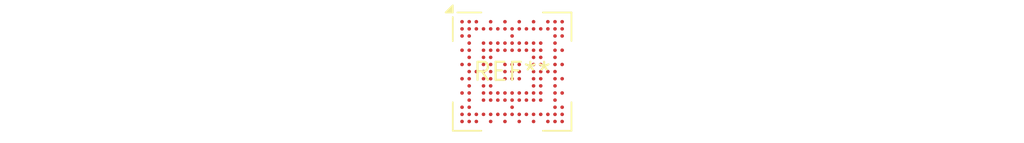
<source format=kicad_pcb>
(kicad_pcb (version 20240108) (generator pcbnew)
  (layers (0 "F.Cu" signal) (31 "B.Cu" signal) (34 "B.Paste" user) (35 "F.Paste" user) (36 "B.SilkS" user "B.Silkscreen") (37 "F.SilkS" user "F.Silkscreen") (38 "B.Mask" user) (39 "F.Mask" user) (44 "Edge.Cuts" user))
  (net 0 "")
  (footprint "BGA-153_8.0x8.0mm_Layout15x15_P0.5mm_Ball0.3mm_Pad0.25mm_NSMD" (layer "F.Cu") (at 0 0)
    (property "Reference" "REF**")
    (property "Value" "BGA-153_8.0x8.0mm_Layout15x15_P0.5mm_Ball0.3mm_Pad0.25mm_NSMD")
    (fp_line (start -4.15 -3.83) (end -4.15 -2.14) (layer "F.SilkS") (stroke (width 0.12)))
    (fp_line (start -4.15 4.15) (end -4.15 2.15) (layer "F.SilkS") (stroke (width 0.12)))
    (fp_line (start -2.15 -4.15) (end -3.83 -4.15) (layer "F.SilkS") (stroke (width 0.12)))
    (fp_line (start -2.15 4.15) (end -4.15 4.15) (layer "F.SilkS") (stroke (width 0.12)))
    (fp_line (start 2.15 -4.15) (end 4.15 -4.15) (layer "F.SilkS") (stroke (width 0.12)))
    (fp_line (start 2.15 4.15) (end 4.15 4.15) (layer "F.SilkS") (stroke (width 0.12)))
    (fp_line (start 4.15 -4.15) (end 4.15 -2.15) (layer "F.SilkS") (stroke (width 0.12)))
    (fp_line (start 4.15 4.15) (end 4.15 2.15) (layer "F.SilkS") (stroke (width 0.12)))
    (fp_poly (pts (xy -4.15 -4.15) (xy -4.65 -4.15) (xy -4.15 -4.65) (xy -4.15 -4.15)) (layer "F.SilkS") (stroke (width 0.12)) (fill solid))
    (pad "A1" smd circle (at -3.5 -3.5) (size 0.25 0.25) (property pad_prop_bga) (layers "F.Cu" "F.Paste" "F.Mask"))
    (pad "A2" smd circle (at -3 -3.5) (size 0.25 0.25) (property pad_prop_bga) (layers "F.Cu" "F.Paste" "F.Mask"))
    (pad "A3" smd circle (at -2.5 -3.5) (size 0.25 0.25) (property pad_prop_bga) (layers "F.Cu" "F.Paste" "F.Mask"))
    (pad "A5" smd circle (at -1.5 -3.5) (size 0.25 0.25) (property pad_prop_bga) (layers "F.Cu" "F.Paste" "F.Mask"))
    (pad "A7" smd circle (at -0.5 -3.5) (size 0.25 0.25) (property pad_prop_bga) (layers "F.Cu" "F.Paste" "F.Mask"))
    (pad "A9" smd circle (at 0.5 -3.5) (size 0.25 0.25) (property pad_prop_bga) (layers "F.Cu" "F.Paste" "F.Mask"))
    (pad "A11" smd circle (at 1.5 -3.5) (size 0.25 0.25) (property pad_prop_bga) (layers "F.Cu" "F.Paste" "F.Mask"))
    (pad "A13" smd circle (at 2.5 -3.5) (size 0.25 0.25) (property pad_prop_bga) (layers "F.Cu" "F.Paste" "F.Mask"))
    (pad "A14" smd circle (at 3 -3.5) (size 0.25 0.25) (property pad_prop_bga) (layers "F.Cu" "F.Paste" "F.Mask"))
    (pad "A15" smd circle (at 3.5 -3.5) (size 0.25 0.25) (property pad_prop_bga) (layers "F.Cu" "F.Paste" "F.Mask"))
    (pad "B1" smd circle (at -3.5 -3) (size 0.25 0.25) (property pad_prop_bga) (layers "F.Cu" "F.Paste" "F.Mask"))
    (pad "B2" smd circle (at -3 -3) (size 0.25 0.25) (property pad_prop_bga) (layers "F.Cu" "F.Paste" "F.Mask"))
    (pad "B3" smd circle (at -2.5 -3) (size 0.25 0.25) (property pad_prop_bga) (layers "F.Cu" "F.Paste" "F.Mask"))
    (pad "B4" smd circle (at -2 -3) (size 0.25 0.25) (property pad_prop_bga) (layers "F.Cu" "F.Paste" "F.Mask"))
    (pad "B5" smd circle (at -1.5 -3) (size 0.25 0.25) (property pad_prop_bga) (layers "F.Cu" "F.Paste" "F.Mask"))
    (pad "B6" smd circle (at -1 -3) (size 0.25 0.25) (property pad_prop_bga) (layers "F.Cu" "F.Paste" "F.Mask"))
    (pad "B7" smd circle (at -0.5 -3) (size 0.25 0.25) (property pad_prop_bga) (layers "F.Cu" "F.Paste" "F.Mask"))
    (pad "B8" smd circle (at 0 -3) (size 0.25 0.25) (property pad_prop_bga) (layers "F.Cu" "F.Paste" "F.Mask"))
    (pad "B9" smd circle (at 0.5 -3) (size 0.25 0.25) (property pad_prop_bga) (layers "F.Cu" "F.Paste" "F.Mask"))
    (pad "B10" smd circle (at 1 -3) (size 0.25 0.25) (property pad_prop_bga) (layers "F.Cu" "F.Paste" "F.Mask"))
    (pad "B11" smd circle (at 1.5 -3) (size 0.25 0.25) (property pad_prop_bga) (layers "F.Cu" "F.Paste" "F.Mask"))
    (pad "B12" smd circle (at 2 -3) (size 0.25 0.25) (property pad_prop_bga) (layers "F.Cu" "F.Paste" "F.Mask"))
    (pad "B13" smd circle (at 2.5 -3) (size 0.25 0.25) (property pad_prop_bga) (layers "F.Cu" "F.Paste" "F.Mask"))
    (pad "B14" smd circle (at 3 -3) (size 0.25 0.25) (property pad_prop_bga) (layers "F.Cu" "F.Paste" "F.Mask"))
    (pad "B15" smd circle (at 3.5 -3) (size 0.25 0.25) (property pad_prop_bga) (layers "F.Cu" "F.Paste" "F.Mask"))
    (pad "C1" smd circle (at -3.5 -2.5) (size 0.25 0.25) (property pad_prop_bga) (layers "F.Cu" "F.Paste" "F.Mask"))
    (pad "C2" smd circle (at -3 -2.5) (size 0.25 0.25) (property pad_prop_bga) (layers "F.Cu" "F.Paste" "F.Mask"))
    (pad "C8" smd circle (at 0 -2.5) (size 0.25 0.25) (property pad_prop_bga) (layers "F.Cu" "F.Paste" "F.Mask"))
    (pad "C14" smd circle (at 3 -2.5) (size 0.25 0.25) (property pad_prop_bga) (layers "F.Cu" "F.Paste" "F.Mask"))
    (pad "C15" smd circle (at 3.5 -2.5) (size 0.25 0.25) (property pad_prop_bga) (layers "F.Cu" "F.Paste" "F.Mask"))
    (pad "D2" smd circle (at -3 -2) (size 0.25 0.25) (property pad_prop_bga) (layers "F.Cu" "F.Paste" "F.Mask"))
    (pad "D4" smd circle (at -2 -2) (size 0.25 0.25) (property pad_prop_bga) (layers "F.Cu" "F.Paste" "F.Mask"))
    (pad "D5" smd circle (at -1.5 -2) (size 0.25 0.25) (property pad_prop_bga) (layers "F.Cu" "F.Paste" "F.Mask"))
    (pad "D6" smd circle (at -1 -2) (size 0.25 0.25) (property pad_prop_bga) (layers "F.Cu" "F.Paste" "F.Mask"))
    (pad "D7" smd circle (at -0.5 -2) (size 0.25 0.25) (property pad_prop_bga) (layers "F.Cu" "F.Paste" "F.Mask"))
    (pad "D8" smd circle (at 0 -2) (size 0.25 0.25) (property pad_prop_bga) (layers "F.Cu" "F.Paste" "F.Mask"))
    (pad "D9" smd circle (at 0.5 -2) (size 0.25 0.25) (property pad_prop_bga) (layers "F.Cu" "F.Paste" "F.Mask"))
    (pad "D10" smd circle (at 1 -2) (size 0.25 0.25) (property pad_prop_bga) (layers "F.Cu" "F.Paste" "F.Mask"))
    (pad "D11" smd circle (at 1.5 -2) (size 0.25 0.25) (property pad_prop_bga) (layers "F.Cu" "F.Paste" "F.Mask"))
    (pad "D12" smd circle (at 2 -2) (size 0.25 0.25) (property pad_prop_bga) (layers "F.Cu" "F.Paste" "F.Mask"))
    (pad "D14" smd circle (at 3 -2) (size 0.25 0.25) (property pad_prop_bga) (layers "F.Cu" "F.Paste" "F.Mask"))
    (pad "E1" smd circle (at -3.5 -1.5) (size 0.25 0.25) (property pad_prop_bga) (layers "F.Cu" "F.Paste" "F.Mask"))
    (pad "E2" smd circle (at -3 -1.5) (size 0.25 0.25) (property pad_prop_bga) (layers "F.Cu" "F.Paste" "F.Mask"))
    (pad "E4" smd circle (at -2 -1.5) (size 0.25 0.25) (property pad_prop_bga) (layers "F.Cu" "F.Paste" "F.Mask"))
    (pad "E5" smd circle (at -1.5 -1.5) (size 0.25 0.25) (property pad_prop_bga) (layers "F.Cu" "F.Paste" "F.Mask"))
    (pad "E6" smd circle (at -1 -1.5) (size 0.25 0.25) (property pad_prop_bga) (layers "F.Cu" "F.Paste" "F.Mask"))
    (pad "E7" smd circle (at -0.5 -1.5) (size 0.25 0.25) (property pad_prop_bga) (layers "F.Cu" "F.Paste" "F.Mask"))
    (pad "E8" smd circle (at 0 -1.5) (size 0.25 0.25) (property pad_prop_bga) (layers "F.Cu" "F.Paste" "F.Mask"))
    (pad "E9" smd circle (at 0.5 -1.5) (size 0.25 0.25) (property pad_prop_bga) (layers "F.Cu" "F.Paste" "F.Mask"))
    (pad "E10" smd circle (at 1 -1.5) (size 0.25 0.25) (property pad_prop_bga) (layers "F.Cu" "F.Paste" "F.Mask"))
    (pad "E11" smd circle (at 1.5 -1.5) (size 0.25 0.25) (property pad_prop_bga) (layers "F.Cu" "F.Paste" "F.Mask"))
    (pad "E12" smd circle (at 2 -1.5) (size 0.25 0.25) (property pad_prop_bga) (layers "F.Cu" "F.Paste" "F.Mask"))
    (pad "E14" smd circle (at 3 -1.5) (size 0.25 0.25) (property pad_prop_bga) (layers "F.Cu" "F.Paste" "F.Mask"))
    (pad "E15" smd circle (at 3.5 -1.5) (size 0.25 0.25) (property pad_prop_bga) (layers "F.Cu" "F.Paste" "F.Mask"))
    (pad "F2" smd circle (at -3 -1) (size 0.25 0.25) (property pad_prop_bga) (layers "F.Cu" "F.Paste" "F.Mask"))
    (pad "F4" smd circle (at -2 -1) (size 0.25 0.25) (property pad_prop_bga) (layers "F.Cu" "F.Paste" "F.Mask"))
    (pad "F5" smd circle (at -1.5 -1) (size 0.25 0.25) (property pad_prop_bga) (layers "F.Cu" "F.Paste" "F.Mask"))
    (pad "F11" smd circle (at 1.5 -1) (size 0.25 0.25) (property pad_prop_bga) (layers "F.Cu" "F.Paste" "F.Mask"))
    (pad "F12" smd circle (at 2 -1) (size 0.25 0.25) (property pad_prop_bga) (layers "F.Cu" "F.Paste" "F.Mask"))
    (pad "F14" smd circle (at 3 -1) (size 0.25 0.25) (property pad_prop_bga) (layers "F.Cu" "F.Paste" "F.Mask"))
    (pad "G1" smd circle (at -3.5 -0.5) (size 0.25 0.25) (property pad_prop_bga) (layers "F.Cu" "F.Paste" "F.Mask"))
    (pad "G2" smd circle (at -3 -0.5) (size 0.25 0.25) (property pad_prop_bga) (layers "F.Cu" "F.Paste" "F.Mask"))
    (pad "G4" smd circle (at -2 -0.5) (size 0.25 0.25) (property pad_prop_bga) (layers "F.Cu" "F.Paste" "F.Mask"))
    (pad "G5" smd circle (at -1.5 -0.5) (size 0.25 0.25) (property pad_prop_bga) (layers "F.Cu" "F.Paste" "F.Mask"))
    (pad "G7" smd circle (at -0.5 -0.5) (size 0.25 0.25) (property pad_prop_bga) (layers "F.Cu" "F.Paste" "F.Mask"))
    (pad "G8" smd circle (at 0 -0.5) (size 0.25 0.25) (property pad_prop_bga) (layers "F.Cu" "F.Paste" "F.Mask"))
    (pad "G9" smd circle (at 0.5 -0.5) (size 0.25 0.25) (property pad_prop_bga) (layers "F.Cu" "F.Paste" "F.Mask"))
    (pad "G11" smd circle (at 1.5 -0.5) (size 0.25 0.25) (property pad_prop_bga) (layers "F.Cu" "F.Paste" "F.Mask"))
    (pad "G12" smd circle (at 2 -0.5) (size 0.25 0.25) (property pad_prop_bga) (layers "F.Cu" "F.Paste" "F.Mask"))
    (pad "G14" smd circle (at 3 -0.5) (size 0.25 0.25) (property pad_prop_bga) (layers "F.Cu" "F.Paste" "F.Mask"))
    (pad "G15" smd circle (at 3.5 -0.5) (size 0.25 0.25) (property pad_prop_bga) (layers "F.Cu" "F.Paste" "F.Mask"))
    (pad "H2" smd circle (at -3 0) (size 0.25 0.25) (property pad_prop_bga) (layers "F.Cu" "F.Paste" "F.Mask"))
    (pad "H3" smd circle (at -2.5 0) (size 0.25 0.25) (property pad_prop_bga) (layers "F.Cu" "F.Paste" "F.Mask"))
    (pad "H4" smd circle (at -2 0) (size 0.25 0.25) (property pad_prop_bga) (layers "F.Cu" "F.Paste" "F.Mask"))
    (pad "H5" smd circle (at -1.5 0) (size 0.25 0.25) (property pad_prop_bga) (layers "F.Cu" "F.Paste" "F.Mask"))
    (pad "H7" smd circle (at -0.5 0) (size 0.25 0.25) (property pad_prop_bga) (layers "F.Cu" "F.Paste" "F.Mask"))
    (pad "H8" smd circle (at 0 0) (size 0.25 0.25) (property pad_prop_bga) (layers "F.Cu" "F.Paste" "F.Mask"))
    (pad "H9" smd circle (at 0.5 0) (size 0.25 0.25) (property pad_prop_bga) (layers "F.Cu" "F.Paste" "F.Mask"))
    (pad "H11" smd circle (at 1.5 0) (size 0.25 0.25) (property pad_prop_bga) (layers "F.Cu" "F.Paste" "F.Mask"))
    (pad "H12" smd circle (at 2 0) (size 0.25 0.25) (property pad_prop_bga) (layers "F.Cu" "F.Paste" "F.Mask"))
    (pad "H13" smd circle (at 2.5 0) (size 0.25 0.25) (property pad_prop_bga) (layers "F.Cu" "F.Paste" "F.Mask"))
    (pad "H14" smd circle (at 3 0) (size 0.25 0.25) (property pad_prop_bga) (layers "F.Cu" "F.Paste" "F.Mask"))
    (pad "J1" smd circle (at -3.5 0.5) (size 0.25 0.25) (property pad_prop_bga) (layers "F.Cu" "F.Paste" "F.Mask"))
    (pad "J2" smd circle (at -3 0.5) (size 0.25 0.25) (property pad_prop_bga) (layers "F.Cu" "F.Paste" "F.Mask"))
    (pad "J4" smd circle (at -2 0.5) (size 0.25 0.25) (property pad_prop_bga) (layers "F.Cu" "F.Paste" "F.Mask"))
    (pad "J5" smd circle (at -1.5 0.5) (size 0.25 0.25) (property pad_prop_bga) (layers "F.Cu" "F.Paste" "F.Mask"))
    (pad "J7" smd circle (at -0.5 0.5) (size 0.25 0.25) (property pad_prop_bga) (layers "F.Cu" "F.Paste" "F.Mask"))
    (pad "J8" smd circle (at 0 0.5) (size 0.25 0.25) (property pad_prop_bga) (layers "F.Cu" "F.Paste" "F.Mask"))
    (pad "J9" smd circle (at 0.5 0.5) (size 0.25 0.25) (property pad_prop_bga) (layers "F.Cu" "F.Paste" "F.Mask"))
    (pad "J11" smd circle (at 1.5 0.5) (size 0.25 0.25) (property pad_prop_bga) (layers "F.Cu" "F.Paste" "F.Mask"))
    (pad "J12" smd circle (at 2 0.5) (size 0.25 0.25) (property pad_prop_bga) (layers "F.Cu" "F.Paste" "F.Mask"))
    (pad "J14" smd circle (at 3 0.5) (size 0.25 0.25) (property pad_prop_bga) (layers "F.Cu" "F.Paste" "F.Mask"))
    (pad "J15" smd circle (at 3.5 0.5) (size 0.25 0.25) (property pad_prop_bga) (layers "F.Cu" "F.Paste" "F.Mask"))
    (pad "K2" smd circle (at -3 1) (size 0.25 0.25) (property pad_prop_bga) (layers "F.Cu" "F.Paste" "F.Mask"))
    (pad "K4" smd circle (at -2 1) (size 0.25 0.25) (property pad_prop_bga) (layers "F.Cu" "F.Paste" "F.Mask"))
    (pad "K5" smd circle (at -1.5 1) (size 0.25 0.25) (property pad_prop_bga) (layers "F.Cu" "F.Paste" "F.Mask"))
    (pad "K11" smd circle (at 1.5 1) (size 0.25 0.25) (property pad_prop_bga) (layers "F.Cu" "F.Paste" "F.Mask"))
    (pad "K12" smd circle (at 2 1) (size 0.25 0.25) (property pad_prop_bga) (layers "F.Cu" "F.Paste" "F.Mask"))
    (pad "K14" smd circle (at 3 1) (size 0.25 0.25) (property pad_prop_bga) (layers "F.Cu" "F.Paste" "F.Mask"))
    (pad "L1" smd circle (at -3.5 1.5) (size 0.25 0.25) (property pad_prop_bga) (layers "F.Cu" "F.Paste" "F.Mask"))
    (pad "L2" smd circle (at -3 1.5) (size 0.25 0.25) (property pad_prop_bga) (layers "F.Cu" "F.Paste" "F.Mask"))
    (pad "L4" smd circle (at -2 1.5) (size 0.25 0.25) (property pad_prop_bga) (layers "F.Cu" "F.Paste" "F.Mask"))
    (pad "L5" smd circle (at -1.5 1.5) (size 0.25 0.25) (property pad_prop_bga) (layers "F.Cu" "F.Paste" "F.Mask"))
    (pad "L6" smd circle (at -1 1.5) (size 0.25 0.25) (property pad_prop_bga) (layers "F.Cu" "F.Paste" "F.Mask"))
    (pad "L7" smd circle (at -0.5 1.5) (size 0.25 0.25) (property pad_prop_bga) (layers "F.Cu" "F.Paste" "F.Mask"))
    (pad "L8" smd circle (at 0 1.5) (size 0.25 0.25) (property pad_prop_bga) (layers "F.Cu" "F.Paste" "F.Mask"))
    (pad "L9" smd circle (at 0.5 1.5) (size 0.25 0.25) (property pad_prop_bga) (layers "F.Cu" "F.Paste" "F.Mask"))
    (pad "L10" smd circle (at 1 1.5) (size 0.25 0.25) (property pad_prop_bga) (layers "F.Cu" "F.Paste" "F.Mask"))
    (pad "L11" smd circle (at 1.5 1.5) (size 0.25 0.25) (property pad_prop_bga) (layers "F.Cu" "F.Paste" "F.Mask"))
    (pad "L12" smd circle (at 2 1.5) (size 0.25 0.25) (property pad_prop_bga) (layers "F.Cu" "F.Paste" "F.Mask"))
    (pad "L14" smd circle (at 3 1.5) (size 0.25 0.25) (property pad_prop_bga) (layers "F.Cu" "F.Paste" "F.Mask"))
    (pad "L15" smd circle (at 3.5 1.5) (size 0.25 0.25) (property pad_prop_bga) (layers "F.Cu" "F.Paste" "F.Mask"))
    (pad "M2" smd circle (at -3 2) (size 0.25 0.25) (property pad_prop_bga) (layers "F.Cu" "F.Paste" "F.Mask"))
    (pad "M4" smd circle (at -2 2) (size 0.25 0.25) (property pad_prop_bga) (layers "F.Cu" "F.Paste" "F.Mask"))
    (pad "M5" smd circle (at -1.5 2) (size 0.25 0.25) (property pad_prop_bga) (layers "F.Cu" "F.Paste" "F.Mask"))
    (pad "M6" smd circle (at -1 2) (size 0.25 0.25) (property pad_prop_bga) (layers "F.Cu" "F.Paste" "F.Mask"))
    (pad "M7" smd circle (at -0.5 2) (size 0.25 0.25) (property pad_prop_bga) (layers "F.Cu" "F.Paste" "F.Mask"))
    (pad "M8" smd circle (at 0 2) (size 0.25 0.25) (property pad_prop_bga) (layers "F.Cu" "F.Paste" "F.Mask"))
    (pad "M9" smd circle (at 0.5 2) (size 0.25 0.25) (property pad_prop_bga) (layers "F.Cu" "F.Paste" "F.Mask"))
    (pad "M10" smd circle (at 1 2) (size 0.25 0.25) (property pad_prop_bga) (layers "F.Cu" "F.Paste" "F.Mask"))
    (pad "M11" smd circle (at 1.5 2) (size 0.25 0.25) (property pad_prop_bga) (layers "F.Cu" "F.Paste" "F.Mask"))
    (pad "M12" smd circle (at 2 2) (size 0.25 0.25) (property pad_prop_bga) (layers "F.Cu" "F.Paste" "F.Mask"))
    (pad "M14" smd circle (at 3 2) (size 0.25 0.25) (property pad_prop_bga) (layers "F.Cu" "F.Paste" "F.Mask"))
    (pad "N1" smd circle (at -3.5 2.5) (size 0.25 0.25) (property pad_prop_bga) (layers "F.Cu" "F.Paste" "F.Mask"))
    (pad "N2" smd circle (at -3 2.5) (size 0.25 0.25) (property pad_prop_bga) (layers "F.Cu" "F.Paste" "F.Mask"))
    (pad "N8" smd circle (at 0 2.5) (size 0.25 0.25) (property pad_prop_bga) (layers "F.Cu" "F.Paste" "F.Mask"))
    (pad "N14" smd circle (at 3 2.5) (size 0.25 0.25) (property pad_prop_bga) (layers "F.Cu" "F.Paste" "F.Mask"))
    (pad "N15" smd circle (at 3.5 2.5) (size 0.25 0.25) (property pad_prop_bga) (layers "F.Cu" "F.Paste" "F.Mask"))
    (pad "P1" smd circle (at -3.5 3) (size 0.25 0.25) (property pad_prop_bga) (layers "F.Cu" "F.Paste" "F.Mask"))
    (pad "P2" smd circle (at -3 3) (size 0.25 0.25) (property pad_prop_bga) (layers "F.Cu" "F.Paste" "F.Mask"))
    (pad "P3" smd circle (at -2.5 3) (size 0.25 0.25) (property pad_prop_bga) (layers "F.Cu" "F.Paste" "F.Mask"))
    (pad "P4" smd circle (at -2 3) (size 0.25 0.25) (property pad_prop_bga) (layers "F.Cu" "F.Paste" "F.Mask"))
    (pad "P5" smd circle (at -1.5 3) (size 0.25 0.25) (property pad_prop_bga) (layers "F.Cu" "F.Paste" "F.Mask"))
    (pad "P6" smd circle (at -1 3) (size 0.25 0.25) (property pad_prop_bga) (layers "F.Cu" "F.Paste" "F.Mask"))
    (pad "P7" smd circle (at -0.5 3) (size 0.25 0.25) (property pad_prop_bga) (layers "F.Cu" "F.Paste" "F.Mask"))
    (pad "P8" smd circle (at 0 3) (size 0.25 0.25) (property pad_prop_bga) (layers "F.Cu" "F.Paste" "F.Mask"))
    (pad "P9" smd circle (at 0.5 3) (size 0.25 0.25) (property pad_prop_bga) (layers "F.Cu" "F.Paste" "F.Mask"))
    (pad "P10" smd circle (at 1 3) (size 0.25 0.25) (property pad_prop_bga) (layers "F.Cu" "F.Paste" "F.Mask"))
    (pad "P11" smd circle (at 1.5 3) (size 0.25 0.25) (property pad_prop_bga) (layers "F.Cu" "F.Paste" "F.Mask"))
    (pad "P12" smd circle (at 2 3) (size 0.25 0.25) (property pad_prop_bga) (layers "F.Cu" "F.Paste" "F.Mask"))
    (pad "P13" smd circle (at 2.5 3) (size 0.25 0.25) (property pad_prop_bga) (layers "F.Cu" "F.Paste" "F.Mask"))
    (pad "P14" smd circle (at 3 3) (size 0.25 0.25) (property pad_prop_bga) (layers "F.Cu" "F.Paste" "F.Mask"))
    (pad "P15" smd circle (at 3.5 3) (size 0.25 0.25) (property pad_prop_bga) (layers "F.Cu" "F.Paste" "F.Mask"))
    (pad "R1" smd circle (at -3.5 3.5) (size 0.25 0.25) (property pad_prop_bga) (layers "F.Cu" "F.Paste" "F.Mask"))
    (pad "R2" smd circle (at -3 3.5) (size 0.25 0.25) (property pad_prop_bga) (layers "F.Cu" "F.Paste" "F.Mask"))
    (pad "R3" smd circle (at -2.5 3.5) (size 0.25 0.25) (property pad_prop_bga) (layers "F.Cu" "F.Paste" "F.Mask"))
    (pad "R5" smd circle (at -1.5 3.5) (size 0.25 0.25) (property pad_prop_bga) (layers "F.Cu" "F.Paste" "F.Mask"))
    (pad "R7" smd circle (at -0.5 3.5) (size 0.25 0.25) (property pad_prop_bga) (layers "F.Cu" "F.Paste" "F.Mask"))
    (pad "R9" smd circle (at 0.5 3.5) (size 0.25 0.25) (property pad_prop_bga) (layers "F.Cu" "F.Paste" "F.Mask"))
    (pad "R11" smd circle (at 1.5 3.5) (size 0.25 0.25) (property pad_prop_bga) (layers "F.Cu" "F.Paste" "F.Mask"))
    (pad "R13" smd circle (at 2.5 3.5) (size 0.25 0.25) (property pad_prop_bga) (layers "F.Cu" "F.Paste" "F.Mask"))
    (pad "R14" smd circle (at 3 3.5) (size 0.25 0.25) (property pad_prop_bga) (layers "F.Cu" "F.Paste" "F.Mask"))
    (pad "R15" smd circle (at 3.5 3.5) (size 0.25 0.25) (property pad_prop_bga) (layers "F.Cu" "F.Paste" "F.Mask"))
  )
)
</source>
